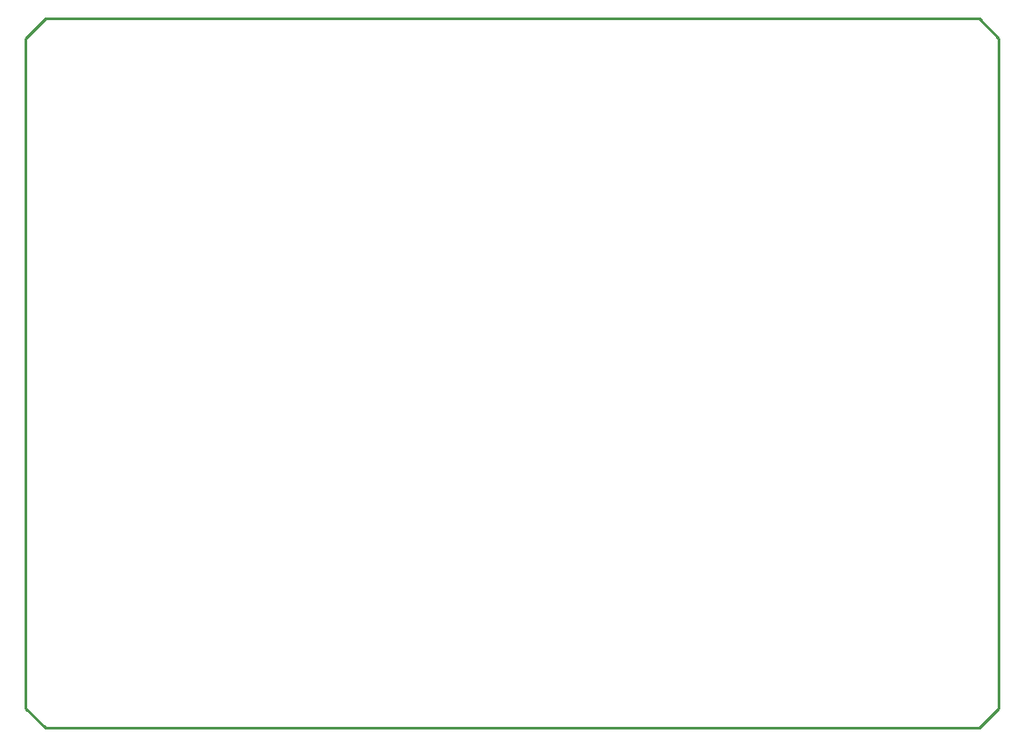
<source format=gko>
G04*
G04 #@! TF.GenerationSoftware,Altium Limited,Altium Designer,20.1.14 (287)*
G04*
G04 Layer_Color=16711935*
%FSLAX25Y25*%
%MOIN*%
G70*
G04*
G04 #@! TF.SameCoordinates,CE9B30E5-35C2-4311-858A-F2759D058BD0*
G04*
G04*
G04 #@! TF.FilePolarity,Positive*
G04*
G01*
G75*
%ADD47C,0.01000*%
D47*
X0Y7500D02*
Y262500D01*
X370000Y7500D02*
Y262500D01*
X0Y7500D02*
X7500Y0D01*
X362500D01*
X370000Y7500D01*
X362500Y270000D02*
X370000Y262500D01*
X7500Y270000D02*
X362500D01*
X0Y262500D02*
X7500Y270000D01*
M02*

</source>
